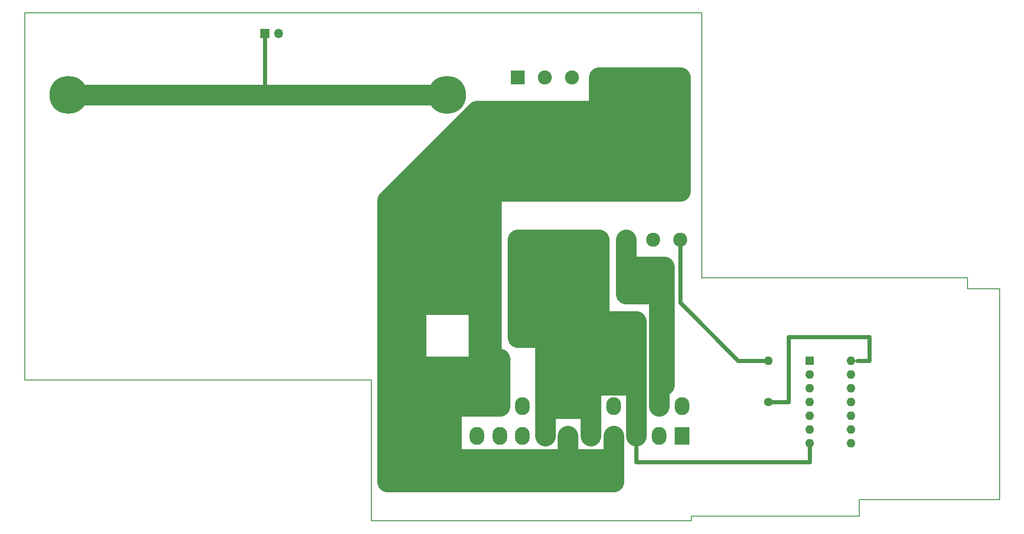
<source format=gbl>
G04 #@! TF.GenerationSoftware,KiCad,Pcbnew,(5.0.0-3-g5ebb6b6)*
G04 #@! TF.CreationDate,2018-12-23T11:03:37-08:00*
G04 #@! TF.ProjectId,PSU New,505355204E65772E6B696361645F7063,rev?*
G04 #@! TF.SameCoordinates,Original*
G04 #@! TF.FileFunction,Copper,L2,Bot,Signal*
G04 #@! TF.FilePolarity,Positive*
%FSLAX46Y46*%
G04 Gerber Fmt 4.6, Leading zero omitted, Abs format (unit mm)*
G04 Created by KiCad (PCBNEW (5.0.0-3-g5ebb6b6)) date Sunday, December 23, 2018 at 11:03:37 AM*
%MOMM*%
%LPD*%
G01*
G04 APERTURE LIST*
G04 #@! TA.AperFunction,NonConductor*
%ADD10C,0.150000*%
G04 #@! TD*
G04 #@! TA.AperFunction,ComponentPad*
%ADD11C,7.000000*%
G04 #@! TD*
G04 #@! TA.AperFunction,ComponentPad*
%ADD12C,0.800000*%
G04 #@! TD*
G04 #@! TA.AperFunction,ComponentPad*
%ADD13C,2.600000*%
G04 #@! TD*
G04 #@! TA.AperFunction,ComponentPad*
%ADD14R,2.600000X2.600000*%
G04 #@! TD*
G04 #@! TA.AperFunction,ComponentPad*
%ADD15O,2.700000X3.300000*%
G04 #@! TD*
G04 #@! TA.AperFunction,ComponentPad*
%ADD16R,2.700000X3.300000*%
G04 #@! TD*
G04 #@! TA.AperFunction,ComponentPad*
%ADD17O,1.600000X1.600000*%
G04 #@! TD*
G04 #@! TA.AperFunction,ComponentPad*
%ADD18R,1.600000X1.600000*%
G04 #@! TD*
G04 #@! TA.AperFunction,ComponentPad*
%ADD19C,1.600000*%
G04 #@! TD*
G04 #@! TA.AperFunction,ComponentPad*
%ADD20O,1.700000X1.700000*%
G04 #@! TD*
G04 #@! TA.AperFunction,ComponentPad*
%ADD21R,1.700000X1.700000*%
G04 #@! TD*
G04 #@! TA.AperFunction,Conductor*
%ADD22C,0.800000*%
G04 #@! TD*
G04 #@! TA.AperFunction,Conductor*
%ADD23C,3.800000*%
G04 #@! TD*
G04 #@! TA.AperFunction,Conductor*
%ADD24C,3.500000*%
G04 #@! TD*
G04 #@! TA.AperFunction,Conductor*
%ADD25C,0.250000*%
G04 #@! TD*
G04 APERTURE END LIST*
D10*
X179000000Y-143000000D02*
X179000000Y-143900000D01*
X179000000Y-143000000D02*
X210000000Y-143000000D01*
X230000000Y-101000000D02*
X235900000Y-101000000D01*
X230000000Y-99000000D02*
X230000000Y-101000000D01*
X210000000Y-140000000D02*
X210000000Y-143000000D01*
X210000000Y-140000000D02*
X235900000Y-140000000D01*
X235900000Y-101000000D02*
X235900000Y-140000000D01*
X181000000Y-99000000D02*
X230000000Y-99000000D01*
X56100000Y-117900000D02*
X120000000Y-117900000D01*
X120000000Y-117900000D02*
X120000000Y-143900000D01*
X56100000Y-50100000D02*
X181000000Y-50100000D01*
X181000000Y-50100000D02*
X181000000Y-99000000D01*
X56100000Y-50100000D02*
X56100000Y-117900000D01*
X120000000Y-143900000D02*
X179000000Y-143900000D01*
D11*
G04 #@! TO.P,REF\002A\002A,1*
G04 #@! TO.N,N/C*
X134025000Y-65175000D03*
D12*
X136650000Y-65175000D03*
X135881155Y-67031155D03*
X134025000Y-67800000D03*
X132168845Y-67031155D03*
X131400000Y-65175000D03*
X132168845Y-63318845D03*
X134025000Y-62550000D03*
X135881155Y-63318845D03*
G04 #@! TD*
D13*
G04 #@! TO.P,REF\002A\002A,7*
G04 #@! TO.N,N/C*
X177000000Y-92000000D03*
G04 #@! TO.P,REF\002A\002A,6*
X172000000Y-92000000D03*
G04 #@! TO.P,REF\002A\002A,5*
X167000000Y-92000000D03*
G04 #@! TO.P,REF\002A\002A,4*
X162000000Y-92000000D03*
G04 #@! TO.P,REF\002A\002A,3*
X157000000Y-92000000D03*
G04 #@! TO.P,REF\002A\002A,2*
X152000000Y-92000000D03*
D14*
G04 #@! TO.P,REF\002A\002A,1*
X147000000Y-92000000D03*
G04 #@! TD*
D15*
G04 #@! TO.P,PicoPSU,20*
G04 #@! TO.N,N/C*
X139500000Y-122700000D03*
G04 #@! TO.P,PicoPSU,19*
X143700000Y-122700000D03*
G04 #@! TO.P,PicoPSU,18*
X147900000Y-122700000D03*
G04 #@! TO.P,PicoPSU,17*
X152100000Y-122700000D03*
G04 #@! TO.P,PicoPSU,16*
X156300000Y-122700000D03*
G04 #@! TO.P,PicoPSU,15*
X160500000Y-122700000D03*
G04 #@! TO.P,PicoPSU,14*
X164700000Y-122700000D03*
G04 #@! TO.P,PicoPSU,13*
X168900000Y-122700000D03*
G04 #@! TO.P,PicoPSU,12*
X173100000Y-122700000D03*
G04 #@! TO.P,PicoPSU,11*
X177300000Y-122700000D03*
G04 #@! TO.P,PicoPSU,10*
X139500000Y-128200000D03*
G04 #@! TO.P,PicoPSU,9*
X143700000Y-128200000D03*
G04 #@! TO.P,PicoPSU,8*
X147900000Y-128200000D03*
G04 #@! TO.P,PicoPSU,7*
X152100000Y-128200000D03*
G04 #@! TO.P,PicoPSU,6*
X156300000Y-128200000D03*
G04 #@! TO.P,PicoPSU,5*
X160500000Y-128200000D03*
G04 #@! TO.P,PicoPSU,4*
X164700000Y-128200000D03*
G04 #@! TO.P,PicoPSU,3*
X168900000Y-128200000D03*
G04 #@! TO.P,PicoPSU,2*
X173100000Y-128200000D03*
D16*
G04 #@! TO.P,PicoPSU,1*
X177300000Y-128200000D03*
G04 #@! TD*
D17*
G04 #@! TO.P,74LS04,14*
G04 #@! TO.N,N/C*
X208520000Y-114280000D03*
G04 #@! TO.P,74LS04,7*
X200900000Y-129520000D03*
G04 #@! TO.P,74LS04,13*
X208520000Y-116820000D03*
G04 #@! TO.P,74LS04,6*
X200900000Y-126980000D03*
G04 #@! TO.P,74LS04,12*
X208520000Y-119360000D03*
G04 #@! TO.P,74LS04,5*
X200900000Y-124440000D03*
G04 #@! TO.P,74LS04,11*
X208520000Y-121900000D03*
G04 #@! TO.P,74LS04,4*
X200900000Y-121900000D03*
G04 #@! TO.P,74LS04,10*
X208520000Y-124440000D03*
G04 #@! TO.P,74LS04,3*
X200900000Y-119360000D03*
G04 #@! TO.P,74LS04,9*
X208520000Y-126980000D03*
G04 #@! TO.P,74LS04,2*
X200900000Y-116820000D03*
G04 #@! TO.P,74LS04,8*
X208520000Y-129520000D03*
D18*
G04 #@! TO.P,74LS04,1*
X200900000Y-114280000D03*
G04 #@! TD*
D17*
G04 #@! TO.P,4.7K,2*
G04 #@! TO.N,N/C*
X193228734Y-114280000D03*
D19*
G04 #@! TO.P,4.7K,1*
X193228734Y-121900000D03*
G04 #@! TD*
D20*
G04 #@! TO.P,Fan,2*
G04 #@! TO.N,N/C*
X102908100Y-53908960D03*
D21*
G04 #@! TO.P,Fan,1*
X100368100Y-53908960D03*
G04 #@! TD*
D14*
G04 #@! TO.P,REF\002A\002A,1*
G04 #@! TO.N,N/C*
X147000000Y-62000000D03*
D13*
G04 #@! TO.P,REF\002A\002A,2*
X152000000Y-62000000D03*
G04 #@! TO.P,REF\002A\002A,3*
X157000000Y-62000000D03*
G04 #@! TO.P,REF\002A\002A,4*
X162000000Y-62000000D03*
G04 #@! TO.P,REF\002A\002A,5*
X167000000Y-62000000D03*
G04 #@! TO.P,REF\002A\002A,6*
X172000000Y-62000000D03*
G04 #@! TO.P,REF\002A\002A,7*
X177000000Y-62000000D03*
G04 #@! TD*
D12*
G04 #@! TO.P,REF\002A\002A,1*
G04 #@! TO.N,N/C*
X66031155Y-63318845D03*
X64175000Y-62550000D03*
X62318845Y-63318845D03*
X61550000Y-65175000D03*
X62318845Y-67031155D03*
X64175000Y-67800000D03*
X66031155Y-67031155D03*
X66800000Y-65175000D03*
D11*
X64175000Y-65175000D03*
G04 #@! TD*
D22*
G04 #@! TO.N,*
X200900000Y-133000000D02*
X168900000Y-133000000D01*
X168900000Y-133000000D02*
X168900000Y-128200000D01*
X200900000Y-129520000D02*
X200900000Y-133000000D01*
X211900000Y-109900000D02*
X197000000Y-109900000D01*
X197000000Y-109900000D02*
X197000000Y-121900000D01*
X197000000Y-121900000D02*
X193228734Y-121900000D01*
D23*
X173100000Y-97000000D02*
X173100000Y-122700000D01*
X167000000Y-92000000D02*
X167000000Y-102000000D01*
D22*
X193228734Y-114280000D02*
X187680000Y-114280000D01*
X177000000Y-103600000D02*
X177000000Y-92000000D01*
X187680000Y-114280000D02*
X177000000Y-103600000D01*
D23*
X160500000Y-128200000D02*
X160500000Y-122700000D01*
X160500000Y-122700000D02*
X160500000Y-95200000D01*
D24*
X157000000Y-113700000D02*
X157000000Y-92000000D01*
X156300000Y-122700000D02*
X156300000Y-95200000D01*
X152000000Y-117200000D02*
X152000000Y-92000000D01*
D23*
X152100000Y-110000000D02*
X152100000Y-122700000D01*
X147000000Y-92000000D02*
X147000000Y-110000000D01*
X152100000Y-122700000D02*
X152100000Y-128200000D01*
D24*
X152100000Y-123300000D02*
X160500000Y-123300000D01*
D23*
X168900000Y-128200000D02*
X168900000Y-122700000D01*
X168900000Y-107000000D02*
X168900000Y-122700000D01*
X162000000Y-117200000D02*
X162000000Y-92000000D01*
X162000000Y-92000000D02*
X147000000Y-92000000D01*
D24*
X162000000Y-95200000D02*
X147000000Y-95200000D01*
X152100000Y-120700000D02*
X160500000Y-120700000D01*
D23*
X152100000Y-118800000D02*
X168800000Y-118800000D01*
D24*
X152100000Y-115200000D02*
X168700000Y-115200000D01*
X149700000Y-110000000D02*
X149700000Y-95200000D01*
X154200000Y-113000000D02*
X154200000Y-95100000D01*
D23*
X147000000Y-110000000D02*
X168900000Y-110000000D01*
D25*
X164700000Y-133600000D02*
X164600000Y-133700000D01*
D23*
X164700000Y-128200000D02*
X164700000Y-136700000D01*
X156300000Y-128200000D02*
X156300000Y-133700000D01*
X123000000Y-132500000D02*
X164700000Y-132500000D01*
D22*
X209671370Y-114300000D02*
X211900000Y-114300000D01*
D25*
X209651370Y-114280000D02*
X209671370Y-114300000D01*
X208520000Y-114280000D02*
X209651370Y-114280000D01*
D22*
X211900000Y-114300000D02*
X211900000Y-109900000D01*
D23*
X100400000Y-65175000D02*
X134025000Y-65175000D01*
D22*
X100368100Y-53908960D02*
X100368100Y-65143100D01*
D23*
X64175000Y-65175000D02*
X100400000Y-65175000D01*
X139500000Y-83000000D02*
X177000000Y-83000000D01*
X177000000Y-83000000D02*
X177000000Y-62000000D01*
X162000000Y-68200000D02*
X162000000Y-62000000D01*
X139500000Y-68200000D02*
X177000000Y-68200000D01*
D25*
X139500000Y-69000000D02*
X139600000Y-69100000D01*
X162100000Y-69100000D02*
X162000000Y-69000000D01*
D23*
X130000000Y-122700000D02*
X143700000Y-122700000D01*
X143700000Y-114000000D02*
X143700000Y-122700000D01*
X142100000Y-119400000D02*
X142100000Y-69000000D01*
X162000000Y-62000000D02*
X177000000Y-62000000D01*
D24*
X162000000Y-64900000D02*
X177000000Y-64900000D01*
X123000000Y-134700000D02*
X164700000Y-134700000D01*
D23*
X123000000Y-136700000D02*
X164700000Y-136700000D01*
X139500000Y-118000000D02*
X139500000Y-122700000D01*
D25*
X122500000Y-132200000D02*
X123000000Y-132700000D01*
D23*
X123000000Y-84700000D02*
X123000000Y-136700000D01*
X139500000Y-68200000D02*
X123000000Y-84700000D01*
D24*
X139500000Y-75600000D02*
X139500000Y-68200000D01*
X125700000Y-83200000D02*
X125700000Y-135200000D01*
X128400000Y-80000000D02*
X128400000Y-134000000D01*
X131400000Y-77200000D02*
X131400000Y-92300000D01*
X139000000Y-74200000D02*
X139000000Y-89300000D01*
X133800000Y-75200000D02*
X133800000Y-90300000D01*
X139000000Y-71200000D02*
X176500000Y-71200000D01*
X138600000Y-74100000D02*
X176100000Y-74100000D01*
X138500000Y-77200000D02*
X176000000Y-77200000D01*
X139100000Y-79900000D02*
X176600000Y-79900000D01*
D23*
X141900000Y-103900000D02*
X126900000Y-103900000D01*
X141100000Y-100700000D02*
X126100000Y-100700000D01*
X140400000Y-97400000D02*
X125400000Y-97400000D01*
X140900000Y-94400000D02*
X125900000Y-94400000D01*
X140600000Y-91800000D02*
X125600000Y-91800000D01*
X141700000Y-115400000D02*
X126700000Y-115400000D01*
D24*
X134900000Y-116000000D02*
X134900000Y-135300000D01*
X131500000Y-115900000D02*
X131500000Y-135200000D01*
X136500000Y-117900000D02*
X136500000Y-119900000D01*
D23*
X147000000Y-107000000D02*
X168900000Y-107000000D01*
D24*
X152300000Y-112700000D02*
X168900000Y-112700000D01*
D23*
X139800000Y-99500000D02*
X139800000Y-117500000D01*
X167000000Y-97000000D02*
X174000000Y-97000000D01*
X167000000Y-102000000D02*
X173100000Y-102000000D01*
X174000000Y-97000000D02*
X174000000Y-118800000D01*
X167500000Y-99600000D02*
X173600000Y-99600000D01*
D24*
X136600000Y-74300000D02*
X136600000Y-89400000D01*
G04 #@! TD*
M02*

</source>
